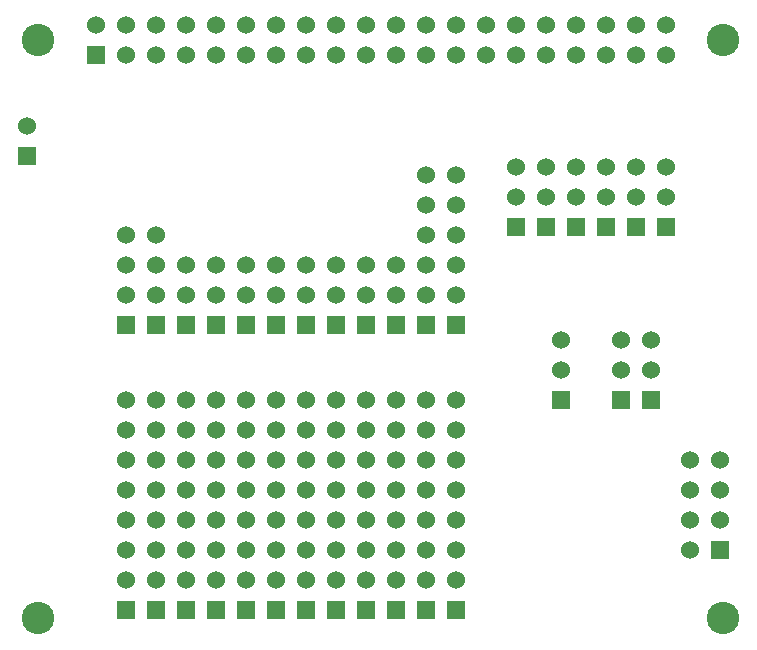
<source format=gbs>
G04 (created by PCBNEW (2013-05-31 BZR 4019)-stable) date 8/17/2014 9:53:35 PM*
%MOIN*%
G04 Gerber Fmt 3.4, Leading zero omitted, Abs format*
%FSLAX34Y34*%
G01*
G70*
G90*
G04 APERTURE LIST*
%ADD10C,0.00590551*%
%ADD11R,0.06X0.06*%
%ADD12C,0.06*%
%ADD13C,0.108268*%
G04 APERTURE END LIST*
G54D10*
G54D11*
X5295Y-10877D03*
G54D12*
X5295Y-9877D03*
X5295Y-8877D03*
X5295Y-7877D03*
G54D11*
X7295Y-10877D03*
G54D12*
X7295Y-9877D03*
X7295Y-8877D03*
G54D11*
X9295Y-10877D03*
G54D12*
X9295Y-9877D03*
X9295Y-8877D03*
G54D11*
X11295Y-10877D03*
G54D12*
X11295Y-9877D03*
X11295Y-8877D03*
G54D11*
X13295Y-10877D03*
G54D12*
X13295Y-9877D03*
X13295Y-8877D03*
G54D11*
X10295Y-10877D03*
G54D12*
X10295Y-9877D03*
X10295Y-8877D03*
G54D11*
X12295Y-10877D03*
G54D12*
X12295Y-9877D03*
X12295Y-8877D03*
G54D11*
X15295Y-10877D03*
G54D12*
X15295Y-9877D03*
X15295Y-8877D03*
X15295Y-7877D03*
X15295Y-6877D03*
X15295Y-5877D03*
G54D11*
X4295Y-10877D03*
G54D12*
X4295Y-9877D03*
X4295Y-8877D03*
X4295Y-7877D03*
G54D11*
X8295Y-10877D03*
G54D12*
X8295Y-9877D03*
X8295Y-8877D03*
G54D11*
X14295Y-10877D03*
G54D12*
X14295Y-9877D03*
X14295Y-8877D03*
X14295Y-7877D03*
X14295Y-6877D03*
X14295Y-5877D03*
G54D11*
X17295Y-7627D03*
G54D12*
X17295Y-6627D03*
X17295Y-5627D03*
G54D11*
X18295Y-7627D03*
G54D12*
X18295Y-6627D03*
X18295Y-5627D03*
G54D11*
X19295Y-7627D03*
G54D12*
X19295Y-6627D03*
X19295Y-5627D03*
G54D11*
X20295Y-7627D03*
G54D12*
X20295Y-6627D03*
X20295Y-5627D03*
G54D11*
X21295Y-7627D03*
G54D12*
X21295Y-6627D03*
X21295Y-5627D03*
G54D11*
X18795Y-13377D03*
G54D12*
X18795Y-12377D03*
X18795Y-11377D03*
G54D11*
X20795Y-13377D03*
G54D12*
X20795Y-12377D03*
X20795Y-11377D03*
G54D11*
X21795Y-13377D03*
G54D12*
X21795Y-12377D03*
X21795Y-11377D03*
G54D11*
X22295Y-7627D03*
G54D12*
X22295Y-6627D03*
X22295Y-5627D03*
G54D11*
X3295Y-1877D03*
G54D12*
X3295Y-877D03*
X8295Y-1877D03*
X4295Y-877D03*
X9295Y-1877D03*
X5295Y-877D03*
X10295Y-1877D03*
X6295Y-877D03*
X11295Y-1877D03*
X7295Y-877D03*
X12295Y-1877D03*
X8295Y-877D03*
X13295Y-1877D03*
X9295Y-877D03*
X14295Y-1877D03*
X10295Y-877D03*
X15295Y-1877D03*
X11295Y-877D03*
X16295Y-1877D03*
X12295Y-877D03*
X17295Y-1877D03*
X13295Y-877D03*
X18295Y-1877D03*
X14295Y-877D03*
X15295Y-877D03*
X19295Y-1877D03*
X16295Y-877D03*
X18295Y-877D03*
X19295Y-877D03*
X20295Y-877D03*
X21295Y-877D03*
X20295Y-1877D03*
X21295Y-1877D03*
X4295Y-1877D03*
X5295Y-1877D03*
X6295Y-1877D03*
X7295Y-1877D03*
X22295Y-1877D03*
X22295Y-877D03*
X17295Y-877D03*
G54D11*
X6295Y-10877D03*
G54D12*
X6295Y-9877D03*
X6295Y-8877D03*
X4295Y-15377D03*
X4295Y-16377D03*
G54D11*
X4295Y-20377D03*
G54D12*
X4295Y-19377D03*
X4295Y-18377D03*
X4295Y-17377D03*
X4295Y-14377D03*
X4295Y-13377D03*
X5295Y-15377D03*
X5295Y-16377D03*
G54D11*
X5295Y-20377D03*
G54D12*
X5295Y-19377D03*
X5295Y-18377D03*
X5295Y-17377D03*
X5295Y-14377D03*
X5295Y-13377D03*
X6295Y-15377D03*
X6295Y-16377D03*
G54D11*
X6295Y-20377D03*
G54D12*
X6295Y-19377D03*
X6295Y-18377D03*
X6295Y-17377D03*
X6295Y-14377D03*
X6295Y-13377D03*
X7295Y-15377D03*
X7295Y-16377D03*
G54D11*
X7295Y-20377D03*
G54D12*
X7295Y-19377D03*
X7295Y-18377D03*
X7295Y-17377D03*
X7295Y-14377D03*
X7295Y-13377D03*
X8295Y-15377D03*
X8295Y-16377D03*
G54D11*
X8295Y-20377D03*
G54D12*
X8295Y-19377D03*
X8295Y-18377D03*
X8295Y-17377D03*
X8295Y-14377D03*
X8295Y-13377D03*
X9295Y-15377D03*
X9295Y-16377D03*
G54D11*
X9295Y-20377D03*
G54D12*
X9295Y-19377D03*
X9295Y-18377D03*
X9295Y-17377D03*
X9295Y-14377D03*
X9295Y-13377D03*
X10295Y-15377D03*
X10295Y-16377D03*
G54D11*
X10295Y-20377D03*
G54D12*
X10295Y-19377D03*
X10295Y-18377D03*
X10295Y-17377D03*
X10295Y-14377D03*
X10295Y-13377D03*
X11295Y-15377D03*
X11295Y-16377D03*
G54D11*
X11295Y-20377D03*
G54D12*
X11295Y-19377D03*
X11295Y-18377D03*
X11295Y-17377D03*
X11295Y-14377D03*
X11295Y-13377D03*
X12295Y-15377D03*
X12295Y-16377D03*
G54D11*
X12295Y-20377D03*
G54D12*
X12295Y-19377D03*
X12295Y-18377D03*
X12295Y-17377D03*
X12295Y-14377D03*
X12295Y-13377D03*
X13295Y-15377D03*
X13295Y-16377D03*
G54D11*
X13295Y-20377D03*
G54D12*
X13295Y-19377D03*
X13295Y-18377D03*
X13295Y-17377D03*
X13295Y-14377D03*
X13295Y-13377D03*
X14295Y-15377D03*
X14295Y-16377D03*
G54D11*
X14295Y-20377D03*
G54D12*
X14295Y-19377D03*
X14295Y-18377D03*
X14295Y-17377D03*
X14295Y-14377D03*
X14295Y-13377D03*
X15295Y-15377D03*
X15295Y-16377D03*
G54D11*
X15295Y-20377D03*
G54D12*
X15295Y-19377D03*
X15295Y-18377D03*
X15295Y-17377D03*
X15295Y-14377D03*
X15295Y-13377D03*
G54D11*
X24100Y-18400D03*
G54D12*
X23100Y-18400D03*
X24100Y-17400D03*
X23100Y-17400D03*
X24100Y-16400D03*
X23100Y-16400D03*
X24100Y-15400D03*
X23100Y-15400D03*
G54D11*
X1000Y-5250D03*
G54D12*
X1000Y-4250D03*
G54D13*
X24212Y-20669D03*
X1377Y-20669D03*
X24212Y-1377D03*
X1377Y-1377D03*
M02*

</source>
